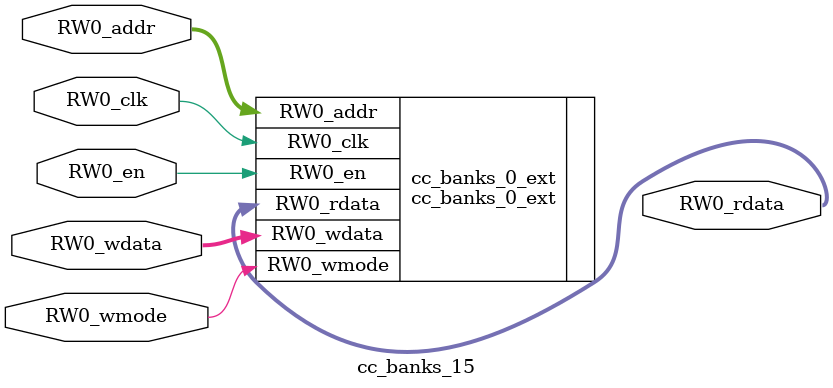
<source format=sv>
module cc_banks_15(	// @[generators/rocket-chip/src/main/scala/util/DescribedSRAM.scala:17:26]
  input  [11:0] RW0_addr,
  input         RW0_en,
  input         RW0_clk,
  input         RW0_wmode,
  input  [63:0] RW0_wdata,
  output [63:0] RW0_rdata
);

  cc_banks_0_ext cc_banks_0_ext (	// @[generators/rocket-chip/src/main/scala/util/DescribedSRAM.scala:17:26]
    .RW0_addr  (RW0_addr),
    .RW0_en    (RW0_en),
    .RW0_clk   (RW0_clk),
    .RW0_wmode (RW0_wmode),
    .RW0_wdata (RW0_wdata),
    .RW0_rdata (RW0_rdata)
  );	// @[generators/rocket-chip/src/main/scala/util/DescribedSRAM.scala:17:26]
endmodule


</source>
